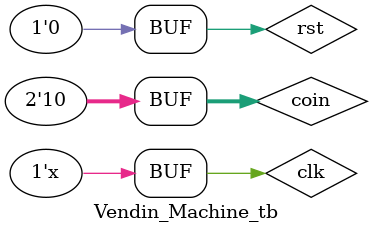
<source format=v>
module Vendin_Machine_tb;
reg [1:0] coin;
reg clk, rst;
wire product;
Vendin_Machine VM (.product(product), .coin(coin), .clk(clk), .rst(rst));
initial 
begin
    clk = 0             ;            rst = 1;
#6 
    rst=0               ;           
    coin = 1;
#19 
    coin=2              ; 
    #10;
end
always # 5 clk=~clk;
endmodule
</source>
